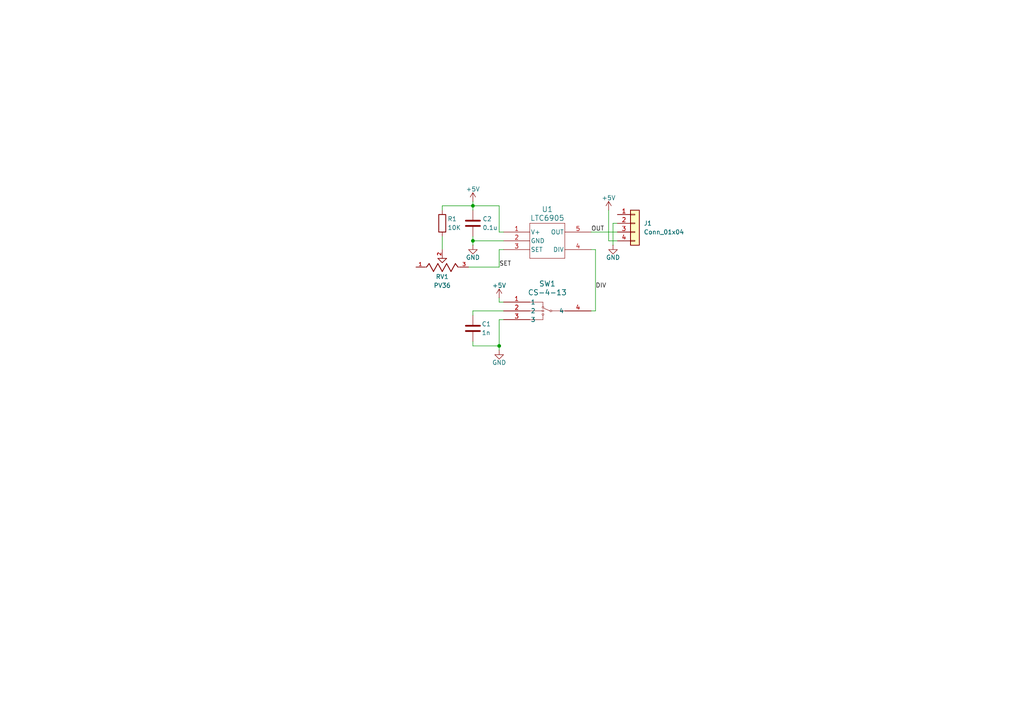
<source format=kicad_sch>
(kicad_sch (version 20231120) (generator "eeschema") (generator_version "8.0")
  (paper "A4")
  (lib_symbols
    (symbol "CS-4-13:CS-4-13" (pin_names (offset 0.254))
      (property "Reference" "SW" (at 12.7 7.62 0))
      (property "Value" "CS-4-13" (at 12.7 5.08 0))
      (property "Footprint" "Library:CS-4-13NA_NDC" (at 6.858 -8.89 0))
      (symbol "CS-4-13_0_1"
        (polyline (pts (xy 7.62 -5.08) (xy 11.43 -5.08)) (stroke (width 0.127)))
        (polyline (pts (xy 7.62 -2.54) (xy 11.176 -2.54)) (stroke (width 0.127)))
        (polyline (pts (xy 7.62 0) (xy 11.43 0)) (stroke (width 0.127)))
        (polyline (pts (xy 11.43 -5.08) (xy 11.43 -3.81)) (stroke (width 0.127)))
        (polyline (pts (xy 11.43 0) (xy 11.43 -1.27)) (stroke (width 0.127)))
        (polyline (pts (xy 13.462 -2.54) (xy 11.684 -1.778)) (stroke (width 0.127)))
        (polyline (pts (xy 17.78 -2.54) (xy 13.97 -2.54)) (stroke (width 0.127)))
        (circle (center 11.43 -3.556) (radius 0.254) (stroke (width 0.127)))
        (circle (center 11.43 -2.54) (radius 0.254) (stroke (width 0.127)))
        (circle (center 11.43 -1.524) (radius 0.254) (stroke (width 0.127)))
        (circle (center 13.716 -2.54) (radius 0.254) (stroke (width 0.127)))
        (pin unspecified line (at 0 0 0) (length 7.62) (name "1") (number "1"))
        (pin unspecified line (at 0 -2.54 0) (length 7.62) (name "2") (number "2"))
        (pin unspecified line (at 0 -5.08 0) (length 7.62) (name "3") (number "3"))
        (pin unspecified line (at 25.4 -2.54 180) (length 7.62) (name "4") (number "4"))
      )
    )
    (symbol "Connector_Generic:Conn_01x04" (pin_names (offset 1.016) hide)
      (property "Reference" "J" (at 0 5.08 0))
      (property "Value" "Conn_01x04" (at 0 -7.62 0))
      (symbol "Conn_01x04_1_1"
        (rectangle (start -1.27 -4.953) (end 0 -5.207) (stroke (width 0.1524)))
        (rectangle (start -1.27 -2.413) (end 0 -2.667) (stroke (width 0.1524)))
        (rectangle (start -1.27 0.127) (end 0 -0.127) (stroke (width 0.1524)))
        (rectangle (start -1.27 2.667) (end 0 2.413) (stroke (width 0.1524)))
        (rectangle (start -1.27 3.81) (end 1.27 -6.35) (stroke (width 0.254)) (fill (type background)))
        (pin passive line (at -5.08 2.54 0) (length 3.81) (name "Pin_1") (number "1"))
        (pin passive line (at -5.08 0 0) (length 3.81) (name "Pin_2") (number "2"))
        (pin passive line (at -5.08 -2.54 0) (length 3.81) (name "Pin_3") (number "3"))
        (pin passive line (at -5.08 -5.08 0) (length 3.81) (name "Pin_4") (number "4"))
      )
    )
    (symbol "Device:C" (pin_numbers hide) (pin_names (offset 0.254))
      (property "Reference" "C" (at 0.635 2.54 0))
      (property "Value" "C" (at 0.635 -2.54 0))
      (symbol "C_0_1"
        (polyline (pts (xy -2.032 -0.762) (xy 2.032 -0.762)) (stroke (width 0.508)))
        (polyline (pts (xy -2.032 0.762) (xy 2.032 0.762)) (stroke (width 0.508)))
      )
      (symbol "C_1_1"
        (pin passive line (at 0 3.81 270) (length 2.794) (name "~") (number "1"))
        (pin passive line (at 0 -3.81 90) (length 2.794) (name "~") (number "2"))
      )
    )
    (symbol "Device:R" (pin_numbers hide) (pin_names (offset 0))
      (property "Reference" "R" (at 2.032 0 90))
      (property "Value" "R" (at 0 0 90))
      (symbol "R_0_1"
        (rectangle (start -1.016 -2.54) (end 1.016 2.54) (stroke (width 0.254)))
      )
      (symbol "R_1_1"
        (pin passive line (at 0 3.81 270) (length 1.27) (name "~") (number "1"))
        (pin passive line (at 0 -3.81 90) (length 1.27) (name "~") (number "2"))
      )
    )
    (symbol "LTC6905:LTC6905" (pin_names (offset 0.254))
      (property "Reference" "U" (at 0 10.16 0))
      (property "Value" "LTC6905" (at 0 7.62 0))
      (property "Footprint" "Library:S_5_ADI" (at 0.254 -6.604 0))
      (symbol "LTC6905_0_1"
        (polyline (pts (xy -5.08 -5.08) (xy 5.08 -5.08)) (stroke (width 0.127)))
        (polyline (pts (xy -5.08 5.08) (xy -5.08 -5.08)) (stroke (width 0.127)))
        (polyline (pts (xy 5.08 -5.08) (xy 5.08 5.08)) (stroke (width 0.127)))
        (polyline (pts (xy 5.08 5.08) (xy -5.08 5.08)) (stroke (width 0.127)))
      )
      (symbol "LTC6905_1_1"
        (pin power_in line (at -12.7 2.54 0) (length 7.62) (name "V+") (number "1"))
        (pin power_in line (at -12.7 0 0) (length 7.62) (name "GND") (number "2"))
        (pin input line (at -12.7 -2.54 0) (length 7.62) (name "SET") (number "3"))
        (pin tri_state line (at 12.7 -2.54 180) (length 7.62) (name "DIV") (number "4"))
        (pin output line (at 12.7 2.54 180) (length 7.62) (name "OUT") (number "5"))
      )
    )
    (symbol "PV36:PV36" (pin_names (offset 1.016))
      (property "Reference" "RV" (at -12.7 5.08 0))
      (property "Value" "PV36" (at -12.7 2.54 0))
      (property "Footprint" "Library:TRIM_PV36W203C01B00" (at -1.524 10.922 0))
      (symbol "PV36_0_0"
        (polyline (pts (xy -5.08 0) (xy -4.572 0)) (stroke (width 0.1524)))
        (polyline (pts (xy -4.572 0) (xy -3.81 1.016)) (stroke (width 0.254)))
        (polyline (pts (xy -3.81 1.016) (xy -2.54 -1.27)) (stroke (width 0.254)))
        (polyline (pts (xy -2.54 -1.27) (xy -1.27 1.016)) (stroke (width 0.254)))
        (polyline (pts (xy -1.27 1.016) (xy 0 -1.27)) (stroke (width 0.254)))
        (polyline (pts (xy -1.27 2.54) (xy 1.27 2.54)) (stroke (width 0.2032)))
        (polyline (pts (xy 0 -1.27) (xy 1.27 1.016)) (stroke (width 0.254)))
        (polyline (pts (xy 0 1.27) (xy -1.27 2.54)) (stroke (width 0.2032)))
        (polyline (pts (xy 1.27 1.016) (xy 2.54 -1.27)) (stroke (width 0.254)))
        (polyline (pts (xy 1.27 2.54) (xy 0 1.27)) (stroke (width 0.2032)))
        (polyline (pts (xy 2.54 -1.27) (xy 3.81 1.016)) (stroke (width 0.254)))
        (polyline (pts (xy 3.81 1.016) (xy 4.572 0)) (stroke (width 0.254)))
        (polyline (pts (xy 4.572 0) (xy 5.08 0)) (stroke (width 0.1524)))
        (pin passive line (at -7.62 0 0) (length 2.54) (name "~") (number "1"))
        (pin passive line (at 0 5.08 270) (length 2.54) (name "~") (number "2"))
        (pin passive line (at 7.62 0 180) (length 2.54) (name "~") (number "3"))
      )
    )
    (symbol "power:+5V" (power) (pin_numbers hide) (pin_names (offset 0) hide)
      (property "Value" "+5V" (at 0 3.556 0))
      (symbol "+5V_0_1"
        (polyline (pts (xy -0.762 1.27) (xy 0 2.54)))
        (polyline (pts (xy 0 0) (xy 0 2.54)))
        (polyline (pts (xy 0 2.54) (xy 0.762 1.27)))
      )
      (symbol "+5V_1_1"
        (pin power_in line (at 0 0 90) (length 0) (name "~") (number "1"))
      )
    )
    (symbol "power:GND" (power) (pin_numbers hide) (pin_names (offset 0) hide)
      (property "Value" "GND" (at 0 -3.81 0))
      (symbol "GND_0_1"
        (polyline (pts (xy 0 0) (xy 0 -1.27) (xy 1.27 -1.27) (xy 0 -2.54) (xy -1.27 -1.27) (xy 0 -1.27)))
      )
      (symbol "GND_1_1"
        (pin power_in line (at 0 0 270) (length 0) (name "~") (number "1"))
      )
    )
  )
  (junction (at 137.16 59.69))
  (junction (at 144.78 100.33))
  (junction (at 137.16 69.85))
  (wire (pts (xy 172.72 72.39) (xy 171.45 72.39)))
  (wire (pts (xy 137.16 68.58) (xy 137.16 69.85)))
  (wire (pts (xy 177.8 64.77) (xy 177.8 71.12)))
  (wire (pts (xy 137.16 90.17) (xy 137.16 91.44)))
  (wire (pts (xy 137.16 69.85) (xy 137.16 71.12)))
  (wire (pts (xy 128.27 59.69) (xy 137.16 59.69)))
  (wire (pts (xy 144.78 87.63) (xy 144.78 86.36)))
  (wire (pts (xy 144.78 59.69) (xy 137.16 59.69)))
  (wire (pts (xy 144.78 92.71) (xy 144.78 100.33)))
  (wire (pts (xy 179.07 64.77) (xy 177.8 64.77)))
  (wire (pts (xy 135.89 77.47) (xy 144.78 77.47)))
  (wire (pts (xy 128.27 59.69) (xy 128.27 60.96)))
  (wire (pts (xy 144.78 67.31) (xy 146.05 67.31)))
  (wire (pts (xy 128.27 68.58) (xy 128.27 72.39)))
  (wire (pts (xy 176.53 69.85) (xy 176.53 60.96)))
  (wire (pts (xy 137.16 59.69) (xy 137.16 60.96)))
  (wire (pts (xy 137.16 99.06) (xy 137.16 100.33)))
  (wire (pts (xy 144.78 77.47) (xy 144.78 72.39)))
  (wire (pts (xy 144.78 101.6) (xy 144.78 100.33)))
  (wire (pts (xy 137.16 58.42) (xy 137.16 59.69)))
  (wire (pts (xy 144.78 67.31) (xy 144.78 59.69)))
  (wire (pts (xy 137.16 100.33) (xy 144.78 100.33)))
  (wire (pts (xy 179.07 69.85) (xy 176.53 69.85)))
  (wire (pts (xy 144.78 92.71) (xy 146.05 92.71)))
  (wire (pts (xy 172.72 72.39) (xy 172.72 90.17)))
  (wire (pts (xy 146.05 90.17) (xy 137.16 90.17)))
  (wire (pts (xy 146.05 87.63) (xy 144.78 87.63)))
  (wire (pts (xy 137.16 69.85) (xy 146.05 69.85)))
  (wire (pts (xy 144.78 72.39) (xy 146.05 72.39)))
  (wire (pts (xy 171.45 67.31) (xy 179.07 67.31)))
  (wire (pts (xy 172.72 90.17) (xy 171.45 90.17)))
  (label "SET" (at 144.78 77.47 0))
  (label "OUT" (at 171.45 67.31 0))
  (label "DIV" (at 172.72 83.82 0))
  (symbol (lib_id "Device:C") (at 137.16 64.77 0) (unit 1)
    (property "Reference" "C2" (at 139.954 63.5 0) (effects (justify left)))
    (property "Value" "0.1u" (at 139.954 66.04 0) (effects (justify left)))
    (property "Footprint" "Capacitor_SMD:C_0603_1608Metric_Pad1.08x0.95mm_HandSolder" (effects (hide yes)))
    (property "Description" "Unpolarized capacitor" (effects (hide yes)))
  )
  (symbol (lib_id "Device:R") (at 128.27 64.77 0) (unit 1)
    (property "Reference" "R1" (at 129.794 63.5 0) (effects (justify left)))
    (property "Value" "10K" (at 129.794 66.04 0) (effects (justify left)))
    (property "Footprint" "Resistor_SMD:R_0603_1608Metric_Pad0.98x0.95mm_HandSolder" (effects (hide yes)))
    (property "Description" "Resistor" (effects (hide yes)))
  )
  (symbol (lib_id "CS-4-13:CS-4-13") (at 146.05 87.63 0) (unit 1)
    (property "Reference" "SW1" (at 158.75 82.296 0) (effects (font (size 1.524 1.524))))
    (property "Value" "CS-4-13" (at 158.75 84.836 0) (effects (font (size 1.524 1.524))))
    (property "Footprint" "Library:CS-4-13NA_NDC" (effects (hide yes)))
    (property "Datasheet" "https://www.nidec-components.com/e/catalog/switch/cs-4.pdf" (effects (hide yes)))
  )
  (symbol (lib_id "Device:C") (at 137.16 95.25 0) (unit 1)
    (property "Reference" "C1" (at 139.7 93.98 0) (effects (justify left)))
    (property "Value" "1n" (at 139.7 96.52 0) (effects (justify left)))
    (property "Footprint" "Capacitor_SMD:C_0603_1608Metric_Pad1.08x0.95mm_HandSolder" (effects (hide yes)))
    (property "Description" "Unpolarized capacitor" (effects (hide yes)))
  )
  (symbol (lib_id "power:GND") (at 177.8 71.12 0) (unit 1)
    (property "Reference" "#PWR05" (effects (hide yes)))
    (property "Value" "GND" (at 177.8 74.676 0))
    (property "Description" "Power symbol creates a global label with name \"GND\" , ground" (effects (hide yes)))
  )
  (symbol (lib_id "PV36:PV36") (at 128.27 77.47 0) (unit 1)
    (property "Reference" "RV1" (at 128.27 80.264 0))
    (property "Value" "PV36" (at 128.27 82.804 0))
    (property "Footprint" "Library:SM-3W" (effects (hide yes)))
    (property "Datasheet" "https://www.bourns.com/docs/Product-Datasheets/pv36.pdf" (effects (hide yes)))
    (property "Description" "10 kOhms 0.5W, 1/2W PC Pins Through Hole Trimmer Potentiometer Cermet 25 Turn Top Adjustment" (effects (hide yes)))
    (property "MF" "Bourns" (effects (hide yes)))
    (property "PACKAGE" "6332 Bourns" (effects (hide yes)))
    (property "MP" "PV36W203C01B00" (effects (hide yes)))
  )
  (symbol (lib_id "power:GND") (at 144.78 101.6 0) (unit 1)
    (property "Reference" "#PWR04" (effects (hide yes)))
    (property "Value" "GND" (at 144.78 105.156 0))
    (property "Description" "Power symbol creates a global label with name \"GND\" , ground" (effects (hide yes)))
  )
  (symbol (lib_id "LTC6905:LTC6905") (at 158.75 69.85 0) (unit 1)
    (property "Reference" "U1" (at 158.75 60.706 0) (effects (font (size 1.524 1.524))))
    (property "Value" "LTC6905" (at 158.75 63.246 0) (effects (font (size 1.524 1.524))))
    (property "Footprint" "Library:S_5_ADI" (effects (hide yes)))
    (property "Datasheet" "https://www.analog.com/media/en/technical-documentation/data-sheets/6905fd.pdf" (effects (hide yes)))
  )
  (symbol (lib_id "Connector_Generic:Conn_01x04") (at 184.15 64.77 0) (unit 1)
    (property "Reference" "J1" (at 186.69 64.7699 0) (effects (justify left)))
    (property "Value" "Conn_01x04" (at 186.69 67.3099 0) (effects (justify left)))
    (property "Footprint" "Library:PinHeader_2x07_4pop_P2.54mmX7.62mm_Vertical" (effects (hide yes)))
    (property "Description" "Generic connector, single row, 01x04, script generated (kicad-library-utils/schlib/autogen/connector/)" (effects (hide yes)))
  )
  (symbol (lib_id "power:+5V") (at 144.78 86.36 0) (unit 1)
    (property "Reference" "#PWR03" (effects (hide yes)))
    (property "Value" "+5V" (at 144.78 82.804 0))
    (property "Description" "Power symbol creates a global label with name \"+5V\"" (effects (hide yes)))
  )
  (symbol (lib_id "power:GND") (at 137.16 71.12 0) (unit 1)
    (property "Reference" "#PWR01" (effects (hide yes)))
    (property "Value" "GND" (at 137.16 74.676 0))
    (property "Description" "Power symbol creates a global label with name \"GND\" , ground" (effects (hide yes)))
  )
  (symbol (lib_id "power:+5V") (at 137.16 58.42 0) (unit 1)
    (property "Reference" "#PWR02" (effects (hide yes)))
    (property "Value" "+5V" (at 137.16 54.864 0))
    (property "Description" "Power symbol creates a global label with name \"+5V\"" (effects (hide yes)))
  )
  (symbol (lib_id "power:+5V") (at 176.53 60.96 0) (unit 1)
    (property "Reference" "#PWR06" (effects (hide yes)))
    (property "Value" "+5V" (at 176.53 57.404 0))
    (property "Description" "Power symbol creates a global label with name \"+5V\"" (effects (hide yes)))
  )
)
</source>
